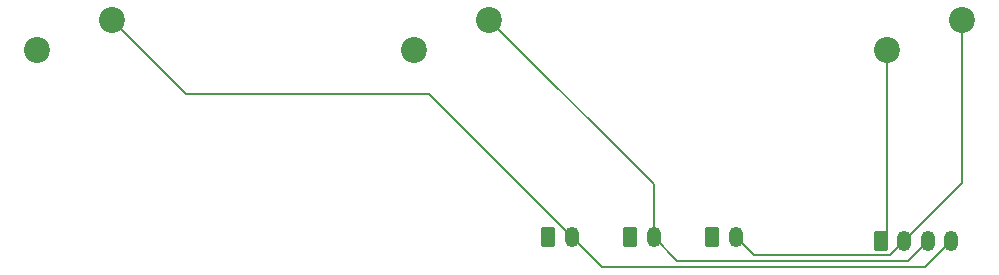
<source format=gbr>
%TF.GenerationSoftware,KiCad,Pcbnew,8.0.8*%
%TF.CreationDate,2025-06-04T22:45:29+02:00*%
%TF.ProjectId,KeyswitchCarrierMk3,4b657973-7769-4746-9368-436172726965,rev?*%
%TF.SameCoordinates,Original*%
%TF.FileFunction,Copper,L1,Top*%
%TF.FilePolarity,Positive*%
%FSLAX46Y46*%
G04 Gerber Fmt 4.6, Leading zero omitted, Abs format (unit mm)*
G04 Created by KiCad (PCBNEW 8.0.8) date 2025-06-04 22:45:29*
%MOMM*%
%LPD*%
G01*
G04 APERTURE LIST*
G04 Aperture macros list*
%AMRoundRect*
0 Rectangle with rounded corners*
0 $1 Rounding radius*
0 $2 $3 $4 $5 $6 $7 $8 $9 X,Y pos of 4 corners*
0 Add a 4 corners polygon primitive as box body*
4,1,4,$2,$3,$4,$5,$6,$7,$8,$9,$2,$3,0*
0 Add four circle primitives for the rounded corners*
1,1,$1+$1,$2,$3*
1,1,$1+$1,$4,$5*
1,1,$1+$1,$6,$7*
1,1,$1+$1,$8,$9*
0 Add four rect primitives between the rounded corners*
20,1,$1+$1,$2,$3,$4,$5,0*
20,1,$1+$1,$4,$5,$6,$7,0*
20,1,$1+$1,$6,$7,$8,$9,0*
20,1,$1+$1,$8,$9,$2,$3,0*%
G04 Aperture macros list end*
%TA.AperFunction,ComponentPad*%
%ADD10C,2.200000*%
%TD*%
%TA.AperFunction,ComponentPad*%
%ADD11RoundRect,0.250000X-0.350000X-0.625000X0.350000X-0.625000X0.350000X0.625000X-0.350000X0.625000X0*%
%TD*%
%TA.AperFunction,ComponentPad*%
%ADD12O,1.200000X1.750000*%
%TD*%
%TA.AperFunction,Conductor*%
%ADD13C,0.200000*%
%TD*%
G04 APERTURE END LIST*
D10*
%TO.P,SW2,1,1*%
%TO.N,Net-(J2-Pin_2)*%
X141258833Y-66598961D03*
%TO.P,SW2,2,2*%
%TO.N,Net-(J1-Pin_1)*%
X134908833Y-69138961D03*
%TD*%
%TO.P,SW3,1,1*%
%TO.N,Net-(J3-Pin_2)*%
X181308830Y-66608960D03*
%TO.P,SW3,2,2*%
%TO.N,Net-(J1-Pin_1)*%
X174958830Y-69148960D03*
%TD*%
%TO.P,SW1,1,1*%
%TO.N,Net-(J1-Pin_2)*%
X109308834Y-66608960D03*
%TO.P,SW1,2,2*%
%TO.N,Net-(J1-Pin_1)*%
X102958834Y-69148960D03*
%TD*%
D11*
%TO.P,J4,1,Pin_1*%
%TO.N,Net-(J1-Pin_1)*%
X174400000Y-85350000D03*
D12*
%TO.P,J4,2,Pin_2*%
%TO.N,Net-(J3-Pin_2)*%
X176400000Y-85350000D03*
%TO.P,J4,3,Pin_3*%
%TO.N,Net-(J2-Pin_2)*%
X178400000Y-85350000D03*
%TO.P,J4,4,Pin_4*%
%TO.N,Net-(J1-Pin_2)*%
X180400000Y-85350000D03*
%TD*%
D11*
%TO.P,J1,1,Pin_1*%
%TO.N,Net-(J1-Pin_1)*%
X146250000Y-85000000D03*
D12*
%TO.P,J1,2,Pin_2*%
%TO.N,Net-(J1-Pin_2)*%
X148250000Y-85000000D03*
%TD*%
D11*
%TO.P,J2,1,Pin_1*%
%TO.N,Net-(J1-Pin_1)*%
X153200000Y-85000000D03*
D12*
%TO.P,J2,2,Pin_2*%
%TO.N,Net-(J2-Pin_2)*%
X155200000Y-85000000D03*
%TD*%
D11*
%TO.P,J3,1,Pin_1*%
%TO.N,Net-(J1-Pin_1)*%
X160150000Y-85000000D03*
D12*
%TO.P,J3,2,Pin_2*%
%TO.N,Net-(J3-Pin_2)*%
X162150000Y-85000000D03*
%TD*%
D13*
%TO.N,Net-(J1-Pin_2)*%
X150800000Y-87550000D02*
X148250000Y-85000000D01*
X136128961Y-72878961D02*
X115578835Y-72878961D01*
X148250000Y-85000000D02*
X136128961Y-72878961D01*
X178200000Y-87550000D02*
X150800000Y-87550000D01*
X115578835Y-72878961D02*
X109308834Y-66608960D01*
X180400000Y-85350000D02*
X178200000Y-87550000D01*
%TO.N,Net-(J1-Pin_1)*%
X174958830Y-84791170D02*
X174400000Y-85350000D01*
X174958830Y-69148960D02*
X174958830Y-84791170D01*
%TO.N,Net-(J2-Pin_2)*%
X141258833Y-66598961D02*
X141698961Y-66598961D01*
X155200000Y-80540128D02*
X141258833Y-66598961D01*
X178400000Y-85350000D02*
X176750000Y-87000000D01*
X176750000Y-87000000D02*
X157200000Y-87000000D01*
X157200000Y-87000000D02*
X155200000Y-85000000D01*
X155200000Y-85000000D02*
X155200000Y-80540128D01*
%TO.N,Net-(J3-Pin_2)*%
X163675000Y-86525000D02*
X162150000Y-85000000D01*
X181308830Y-80441170D02*
X176400000Y-85350000D01*
X181308830Y-66608960D02*
X181308830Y-80441170D01*
X175225000Y-86525000D02*
X163675000Y-86525000D01*
X176400000Y-85350000D02*
X175225000Y-86525000D01*
%TD*%
M02*

</source>
